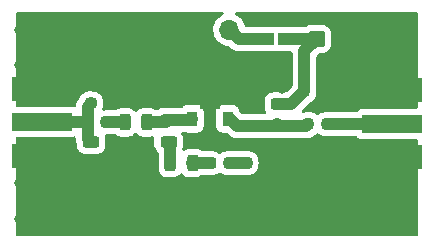
<source format=gbr>
%TF.GenerationSoftware,KiCad,Pcbnew,(5.99.0-7233-g6a28d6af27)*%
%TF.CreationDate,2021-08-16T18:37:05+02:00*%
%TF.ProjectId,lna,6c6e612e-6b69-4636-9164-5f7063625858,rev?*%
%TF.SameCoordinates,Original*%
%TF.FileFunction,Copper,L1,Top*%
%TF.FilePolarity,Positive*%
%FSLAX46Y46*%
G04 Gerber Fmt 4.6, Leading zero omitted, Abs format (unit mm)*
G04 Created by KiCad (PCBNEW (5.99.0-7233-g6a28d6af27)) date 2021-08-16 18:37:05*
%MOMM*%
%LPD*%
G01*
G04 APERTURE LIST*
G04 Aperture macros list*
%AMRoundRect*
0 Rectangle with rounded corners*
0 $1 Rounding radius*
0 $2 $3 $4 $5 $6 $7 $8 $9 X,Y pos of 4 corners*
0 Add a 4 corners polygon primitive as box body*
4,1,4,$2,$3,$4,$5,$6,$7,$8,$9,$2,$3,0*
0 Add four circle primitives for the rounded corners*
1,1,$1+$1,$2,$3,0*
1,1,$1+$1,$4,$5,0*
1,1,$1+$1,$6,$7,0*
1,1,$1+$1,$8,$9,0*
0 Add four rect primitives between the rounded corners*
20,1,$1+$1,$2,$3,$4,$5,0*
20,1,$1+$1,$4,$5,$6,$7,0*
20,1,$1+$1,$6,$7,$8,$9,0*
20,1,$1+$1,$8,$9,$2,$3,0*%
G04 Aperture macros list end*
%TA.AperFunction,SMDPad,CuDef*%
%ADD10R,5.140000X2.000000*%
%TD*%
%TA.AperFunction,SMDPad,CuDef*%
%ADD11R,5.140000X1.999996*%
%TD*%
%TA.AperFunction,SMDPad,CuDef*%
%ADD12R,5.080000X1.500000*%
%TD*%
%TA.AperFunction,SMDPad,CuDef*%
%ADD13RoundRect,0.218750X0.256250X-0.218750X0.256250X0.218750X-0.256250X0.218750X-0.256250X-0.218750X0*%
%TD*%
%TA.AperFunction,SMDPad,CuDef*%
%ADD14RoundRect,0.250000X-0.450000X-0.425000X0.450000X-0.425000X0.450000X0.425000X-0.450000X0.425000X0*%
%TD*%
%TA.AperFunction,SMDPad,CuDef*%
%ADD15R,0.900000X1.300000*%
%TD*%
%TA.AperFunction,SMDPad,CuDef*%
%ADD16RoundRect,0.243750X0.243750X0.456250X-0.243750X0.456250X-0.243750X-0.456250X0.243750X-0.456250X0*%
%TD*%
%TA.AperFunction,SMDPad,CuDef*%
%ADD17RoundRect,0.218750X-0.218750X-0.256250X0.218750X-0.256250X0.218750X0.256250X-0.218750X0.256250X0*%
%TD*%
%TA.AperFunction,SMDPad,CuDef*%
%ADD18RoundRect,0.243750X-0.243750X-0.456250X0.243750X-0.456250X0.243750X0.456250X-0.243750X0.456250X0*%
%TD*%
%TA.AperFunction,SMDPad,CuDef*%
%ADD19R,1.306056X1.058220*%
%TD*%
%TA.AperFunction,ComponentPad*%
%ADD20R,1.700000X1.700000*%
%TD*%
%TA.AperFunction,ComponentPad*%
%ADD21O,1.700000X1.700000*%
%TD*%
%TA.AperFunction,SMDPad,CuDef*%
%ADD22RoundRect,0.218750X0.218750X0.256250X-0.218750X0.256250X-0.218750X-0.256250X0.218750X-0.256250X0*%
%TD*%
%TA.AperFunction,SMDPad,CuDef*%
%ADD23RoundRect,0.243750X-0.456250X0.243750X-0.456250X-0.243750X0.456250X-0.243750X0.456250X0.243750X0*%
%TD*%
%TA.AperFunction,SMDPad,CuDef*%
%ADD24RoundRect,0.243750X0.456250X-0.243750X0.456250X0.243750X-0.456250X0.243750X-0.456250X-0.243750X0*%
%TD*%
%TA.AperFunction,ViaPad*%
%ADD25C,0.800000*%
%TD*%
%TA.AperFunction,Conductor*%
%ADD26C,1.000000*%
%TD*%
G04 APERTURE END LIST*
D10*
%TO.P,J1,2,Ext*%
%TO.N,GND*%
X130200000Y-92000000D03*
D11*
X130200000Y-97700001D03*
D12*
%TO.P,J1,1,In*%
%TO.N,Net-(C1-Pad1)*%
X130200000Y-94800000D03*
%TD*%
D10*
%TO.P,J3,2,Ext*%
%TO.N,GND*%
X159800000Y-97800000D03*
D11*
X159800000Y-92099999D03*
D12*
%TO.P,J3,1,In*%
%TO.N,Net-(C7-Pad2)*%
X159800000Y-95000000D03*
%TD*%
D13*
%TO.P,C1,1*%
%TO.N,Net-(C1-Pad1)*%
X134350000Y-93237500D03*
%TO.P,C1,2*%
%TO.N,GND*%
X134350000Y-91662500D03*
%TD*%
D14*
%TO.P,C6,1*%
%TO.N,Net-(C4-Pad2)*%
X153450000Y-87800000D03*
%TO.P,C6,2*%
%TO.N,GND*%
X156150000Y-87800000D03*
%TD*%
D15*
%TO.P,U1,1*%
%TO.N,Net-(L2-Pad1)*%
X142900000Y-94550000D03*
%TA.AperFunction,SMDPad,CuDef*%
%TO.P,U1,2,GND*%
%TO.N,GND*%
G36*
X145266500Y-90600000D02*
G01*
X145266500Y-93725000D01*
X144850000Y-93725000D01*
X144849999Y-95200000D01*
X143950000Y-95200000D01*
X143950001Y-93725000D01*
X143533500Y-93725000D01*
X143533501Y-90600000D01*
X145266500Y-90600000D01*
G37*
%TD.AperFunction*%
%TO.P,U1,3*%
%TO.N,Net-(C7-Pad1)*%
X145900000Y-94550000D03*
%TD*%
D16*
%TO.P,L2,1,1*%
%TO.N,Net-(L2-Pad1)*%
X139075000Y-94850000D03*
%TO.P,L2,2,2*%
%TO.N,Net-(C2-Pad2)*%
X137200000Y-94850000D03*
%TD*%
D17*
%TO.P,C2,1*%
%TO.N,Net-(C1-Pad1)*%
X134062500Y-94850000D03*
%TO.P,C2,2*%
%TO.N,Net-(C2-Pad2)*%
X135637500Y-94850000D03*
%TD*%
%TO.P,C7,1*%
%TO.N,Net-(C7-Pad1)*%
X152750000Y-95000000D03*
%TO.P,C7,2*%
%TO.N,Net-(C7-Pad2)*%
X154325000Y-95000000D03*
%TD*%
%TO.P,R1,1*%
%TO.N,Net-(L4-Pad2)*%
X144462500Y-98300000D03*
%TO.P,R1,2*%
%TO.N,Net-(C3-Pad1)*%
X146037500Y-98300000D03*
%TD*%
D18*
%TO.P,L4,1,1*%
%TO.N,Net-(L3-Pad2)*%
X141062500Y-98300000D03*
%TO.P,L4,2,2*%
%TO.N,Net-(L4-Pad2)*%
X142937500Y-98300000D03*
%TD*%
D19*
%TO.P,FB1,1*%
%TO.N,5V*%
X149223918Y-87800000D03*
%TO.P,FB1,2*%
%TO.N,Net-(C4-Pad2)*%
X150776082Y-87800000D03*
%TD*%
D20*
%TO.P,J2,1,GND*%
%TO.N,GND*%
X143500000Y-87000000D03*
D21*
%TO.P,J2,2,5V*%
%TO.N,5V*%
X146040000Y-87000000D03*
%TD*%
D22*
%TO.P,C4,1*%
%TO.N,GND*%
X153987500Y-92200000D03*
%TO.P,C4,2*%
%TO.N,Net-(C4-Pad2)*%
X152412500Y-92200000D03*
%TD*%
D23*
%TO.P,L3,1,1*%
%TO.N,Net-(L2-Pad1)*%
X140900000Y-94650000D03*
%TO.P,L3,2,2*%
%TO.N,Net-(L3-Pad2)*%
X140900000Y-96525000D03*
%TD*%
D24*
%TO.P,L5,1,1*%
%TO.N,Net-(C7-Pad1)*%
X150250000Y-95187500D03*
%TO.P,L5,2,2*%
%TO.N,Net-(C4-Pad2)*%
X150250000Y-93312500D03*
%TD*%
D17*
%TO.P,C3,1*%
%TO.N,Net-(C3-Pad1)*%
X147512500Y-98300000D03*
%TO.P,C3,2*%
%TO.N,GND*%
X149087500Y-98300000D03*
%TD*%
D23*
%TO.P,L1,1,1*%
%TO.N,Net-(C1-Pad1)*%
X134350000Y-96512500D03*
%TO.P,L1,2,2*%
%TO.N,GND*%
X134350000Y-98387500D03*
%TD*%
D17*
%TO.P,C5,1*%
%TO.N,Net-(C4-Pad2)*%
X152412500Y-90400000D03*
%TO.P,C5,2*%
%TO.N,GND*%
X153987500Y-90400000D03*
%TD*%
D25*
%TO.N,GND*%
X142900000Y-90000000D03*
X143100000Y-96500000D03*
X149000000Y-100000000D03*
X139750000Y-100000000D03*
X148750000Y-96750000D03*
X139500000Y-97250000D03*
X146000000Y-100000000D03*
X143000000Y-100000000D03*
X150500000Y-92000000D03*
X137000000Y-103000000D03*
X161500000Y-103000000D03*
X134000000Y-87000000D03*
X149000000Y-103000000D03*
X158000000Y-103000000D03*
X148000000Y-90000000D03*
X137000000Y-87000000D03*
X155750000Y-90400000D03*
X137000000Y-90000000D03*
X131000000Y-87000000D03*
X151000000Y-90000000D03*
X144400000Y-94800000D03*
X128200000Y-90000000D03*
X137000000Y-92000000D03*
X131000000Y-90000000D03*
X146000000Y-96750000D03*
X143000000Y-103000000D03*
X131000000Y-100000000D03*
X131000000Y-103000000D03*
X134000000Y-103000000D03*
X137000000Y-97300000D03*
X152000000Y-100000000D03*
X155000000Y-103000000D03*
X148000000Y-92000000D03*
X134000000Y-100000000D03*
X159000000Y-90000000D03*
X155750000Y-92200000D03*
X140000000Y-92000000D03*
X159000000Y-87000000D03*
X128200000Y-103000000D03*
X146000000Y-103000000D03*
X161500000Y-100000000D03*
X153700000Y-102900000D03*
X161500000Y-87000000D03*
X158000000Y-100000000D03*
X155000000Y-97300000D03*
X140000000Y-103000000D03*
X161500000Y-90000000D03*
X155000000Y-100000000D03*
X128200000Y-87000000D03*
X137000000Y-100000000D03*
X140000000Y-90000000D03*
X134000000Y-90000000D03*
X128200000Y-100000000D03*
X152000000Y-97300000D03*
X140000000Y-87000000D03*
%TD*%
D26*
%TO.N,GND*%
X144400000Y-94462500D02*
X144400000Y-90900000D01*
X144400000Y-90900000D02*
X143500000Y-90000000D01*
%TO.N,Net-(C7-Pad1)*%
X150250000Y-95187500D02*
X146737501Y-95187500D01*
X146737501Y-95187500D02*
X146100001Y-94550000D01*
%TO.N,Net-(L2-Pad1)*%
X140900000Y-94650000D02*
X142800000Y-94650000D01*
X142800000Y-94650000D02*
X142900000Y-94550000D01*
X139075000Y-94850000D02*
X140700000Y-94850000D01*
X140700000Y-94850000D02*
X140900000Y-94650000D01*
%TO.N,Net-(C1-Pad1)*%
X134062500Y-94850000D02*
X134062500Y-96225000D01*
X134062500Y-96225000D02*
X134350000Y-96512500D01*
X134062500Y-94850000D02*
X134062500Y-93525000D01*
X134062500Y-93525000D02*
X134350000Y-93237500D01*
X130200000Y-94800000D02*
X134012500Y-94800000D01*
X134012500Y-94800000D02*
X134062500Y-94850000D01*
%TO.N,Net-(C2-Pad2)*%
X135637500Y-94850000D02*
X137200000Y-94850000D01*
%TO.N,GND*%
X143500000Y-87000000D02*
X143500000Y-90000000D01*
%TO.N,Net-(L3-Pad2)*%
X141062500Y-98300000D02*
X141062500Y-96687500D01*
X141062500Y-96687500D02*
X140900000Y-96525000D01*
%TO.N,GND*%
X159800000Y-97800000D02*
X159800000Y-98200000D01*
X159800000Y-98200000D02*
X158000000Y-100000000D01*
X159800000Y-92099999D02*
X159800000Y-90800000D01*
X159800000Y-90800000D02*
X159000000Y-90000000D01*
X130200000Y-97700001D02*
X130200000Y-99200000D01*
X130200000Y-99200000D02*
X131000000Y-100000000D01*
X130200000Y-92000000D02*
X130200000Y-90800000D01*
X130200000Y-90800000D02*
X131000000Y-90000000D01*
%TO.N,Net-(C4-Pad2)*%
X153450000Y-87800000D02*
X150776082Y-87800000D01*
X152412500Y-90400000D02*
X152412500Y-88837500D01*
X152412500Y-88837500D02*
X153450000Y-87800000D01*
X152412500Y-92200000D02*
X152412500Y-90400000D01*
X150250000Y-93312500D02*
X151300000Y-93312500D01*
X151300000Y-93312500D02*
X152412500Y-92200000D01*
%TO.N,Net-(C7-Pad2)*%
X154325000Y-95000000D02*
X159800000Y-95000000D01*
%TO.N,Net-(C7-Pad1)*%
X150250000Y-95187500D02*
X152562500Y-95187500D01*
X152562500Y-95187500D02*
X152750000Y-95000000D01*
X150062500Y-95000000D02*
X150250000Y-95187500D01*
%TO.N,Net-(C3-Pad1)*%
X147512500Y-98300000D02*
X146037500Y-98300000D01*
%TO.N,Net-(L4-Pad2)*%
X142900000Y-98300000D02*
X144425000Y-98300000D01*
%TO.N,GND*%
X154550000Y-92200000D02*
X155800000Y-92200000D01*
X154550000Y-90400000D02*
X155800000Y-90400000D01*
%TO.N,5V*%
X146840000Y-87800000D02*
X146040000Y-87000000D01*
X149223918Y-87800000D02*
X146840000Y-87800000D01*
%TD*%
%TA.AperFunction,Conductor*%
%TO.N,GND*%
G36*
X145525658Y-85527832D02*
G01*
X145572151Y-85581488D01*
X145582255Y-85651762D01*
X145552761Y-85716342D01*
X145503818Y-85751022D01*
X145433740Y-85778697D01*
X145236631Y-85898306D01*
X145232601Y-85901803D01*
X145139426Y-85982656D01*
X145062492Y-86049415D01*
X145059109Y-86053541D01*
X145059105Y-86053545D01*
X144986768Y-86141767D01*
X144916304Y-86227705D01*
X144802245Y-86428077D01*
X144723578Y-86644802D01*
X144722629Y-86650051D01*
X144722628Y-86650054D01*
X144683501Y-86866429D01*
X144682551Y-86871683D01*
X144680338Y-87102233D01*
X144717002Y-87329861D01*
X144791494Y-87548056D01*
X144901685Y-87750580D01*
X145044424Y-87931644D01*
X145048389Y-87935220D01*
X145211659Y-88082489D01*
X145211665Y-88082494D01*
X145215629Y-88086069D01*
X145410406Y-88209439D01*
X145623184Y-88298228D01*
X145628387Y-88299425D01*
X145628392Y-88299426D01*
X145842678Y-88348701D01*
X145842683Y-88348702D01*
X145847881Y-88349897D01*
X145853208Y-88350199D01*
X145853212Y-88350200D01*
X145922659Y-88354143D01*
X145989536Y-88377974D01*
X146004612Y-88390845D01*
X146082371Y-88468605D01*
X146091471Y-88478748D01*
X146115882Y-88509109D01*
X146120606Y-88513073D01*
X146120607Y-88513074D01*
X146155547Y-88542392D01*
X146159206Y-88545584D01*
X146160754Y-88546988D01*
X146162941Y-88549175D01*
X146165321Y-88551130D01*
X146195167Y-88575647D01*
X146196180Y-88576488D01*
X146249133Y-88620920D01*
X146267406Y-88636253D01*
X146272076Y-88638820D01*
X146276194Y-88642203D01*
X146351078Y-88682355D01*
X146358066Y-88686102D01*
X146359125Y-88686676D01*
X146440740Y-88731544D01*
X146445824Y-88733157D01*
X146450517Y-88735673D01*
X146528063Y-88759382D01*
X146539358Y-88762835D01*
X146540616Y-88763227D01*
X146623408Y-88789490D01*
X146623411Y-88789491D01*
X146629282Y-88791353D01*
X146634582Y-88791947D01*
X146639673Y-88793504D01*
X146645808Y-88794127D01*
X146645812Y-88794128D01*
X146701151Y-88799749D01*
X146732153Y-88802898D01*
X146733359Y-88803026D01*
X146782155Y-88808500D01*
X146785679Y-88808500D01*
X146786430Y-88808542D01*
X146792130Y-88808991D01*
X146830333Y-88812872D01*
X146830339Y-88812872D01*
X146836462Y-88813494D01*
X146883378Y-88809059D01*
X146895237Y-88808500D01*
X148369665Y-88808500D01*
X148408932Y-88817042D01*
X148409376Y-88815528D01*
X148418026Y-88818068D01*
X148426220Y-88821810D01*
X148435135Y-88823092D01*
X148435136Y-88823092D01*
X148566442Y-88841971D01*
X148566449Y-88841972D01*
X148570890Y-88842610D01*
X149876946Y-88842610D01*
X149950025Y-88837383D01*
X149968652Y-88831914D01*
X150022077Y-88828092D01*
X150107668Y-88840398D01*
X150118609Y-88841971D01*
X150118610Y-88841971D01*
X150123054Y-88842610D01*
X151278001Y-88842610D01*
X151346122Y-88862612D01*
X151392615Y-88916268D01*
X151404001Y-88968610D01*
X151404000Y-90450973D01*
X151404001Y-90451013D01*
X151404000Y-91730074D01*
X151383998Y-91798195D01*
X151367096Y-91819169D01*
X150919171Y-92267095D01*
X150856858Y-92301120D01*
X150830075Y-92304000D01*
X150199006Y-92304000D01*
X150088301Y-92314855D01*
X150077650Y-92315899D01*
X150065355Y-92316500D01*
X149750864Y-92316500D01*
X149658124Y-92327312D01*
X149626818Y-92330962D01*
X149626817Y-92330962D01*
X149619546Y-92331810D01*
X149612669Y-92334306D01*
X149612666Y-92334307D01*
X149461563Y-92389155D01*
X149454684Y-92391652D01*
X149308012Y-92487814D01*
X149187396Y-92615139D01*
X149183721Y-92621466D01*
X149183718Y-92621470D01*
X149102983Y-92760466D01*
X149099306Y-92766797D01*
X149048468Y-92934653D01*
X149047894Y-92941089D01*
X149047893Y-92941092D01*
X149044463Y-92979529D01*
X149041500Y-93012727D01*
X149041500Y-93599136D01*
X149049973Y-93671807D01*
X149053179Y-93699306D01*
X149056810Y-93730454D01*
X149059306Y-93737331D01*
X149059307Y-93737334D01*
X149091243Y-93825314D01*
X149116652Y-93895315D01*
X149120665Y-93901435D01*
X149120667Y-93901440D01*
X149174740Y-93983916D01*
X149195363Y-94051851D01*
X149175983Y-94120151D01*
X149122753Y-94167132D01*
X149069368Y-94179000D01*
X147207424Y-94179000D01*
X147139303Y-94158998D01*
X147118329Y-94142095D01*
X146895750Y-93919516D01*
X146861724Y-93857204D01*
X146859166Y-93839407D01*
X146858755Y-93833660D01*
X146858273Y-93826921D01*
X146831968Y-93737334D01*
X146819635Y-93695330D01*
X146819634Y-93695328D01*
X146817096Y-93686684D01*
X146790752Y-93645693D01*
X146742949Y-93571309D01*
X146742947Y-93571306D01*
X146738077Y-93563729D01*
X146707391Y-93537139D01*
X146634431Y-93473918D01*
X146634428Y-93473916D01*
X146627619Y-93468016D01*
X146494670Y-93407300D01*
X146485755Y-93406018D01*
X146485754Y-93406018D01*
X146354448Y-93387139D01*
X146354441Y-93387138D01*
X146350000Y-93386500D01*
X145450000Y-93386500D01*
X145376921Y-93391727D01*
X145323884Y-93407300D01*
X145245330Y-93430365D01*
X145245328Y-93430366D01*
X145236684Y-93432904D01*
X145229105Y-93437775D01*
X145121309Y-93507051D01*
X145121306Y-93507053D01*
X145113729Y-93511923D01*
X145107828Y-93518733D01*
X145023918Y-93615569D01*
X145023916Y-93615572D01*
X145018016Y-93622381D01*
X145014272Y-93630579D01*
X144965519Y-93737334D01*
X144957300Y-93755330D01*
X144956018Y-93764245D01*
X144956018Y-93764246D01*
X144937139Y-93895552D01*
X144937138Y-93895559D01*
X144936500Y-93900000D01*
X144936500Y-95200000D01*
X144941727Y-95273079D01*
X144982904Y-95413316D01*
X144987775Y-95420895D01*
X145057051Y-95528691D01*
X145057053Y-95528694D01*
X145061923Y-95536271D01*
X145068733Y-95542172D01*
X145165569Y-95626082D01*
X145165572Y-95626084D01*
X145172381Y-95631984D01*
X145180579Y-95635728D01*
X145255377Y-95669887D01*
X145305330Y-95692700D01*
X145314245Y-95693982D01*
X145314246Y-95693982D01*
X145445552Y-95712861D01*
X145445559Y-95712862D01*
X145450000Y-95713500D01*
X145785077Y-95713500D01*
X145853198Y-95733502D01*
X145874172Y-95750405D01*
X145979867Y-95856100D01*
X145988968Y-95866243D01*
X146013383Y-95896609D01*
X146018107Y-95900573D01*
X146018108Y-95900574D01*
X146053048Y-95929892D01*
X146056708Y-95933084D01*
X146058246Y-95934479D01*
X146060442Y-95936675D01*
X146062827Y-95938634D01*
X146062838Y-95938644D01*
X146092669Y-95963147D01*
X146093686Y-95963991D01*
X146156974Y-96017096D01*
X146164907Y-96023753D01*
X146169580Y-96026322D01*
X146173695Y-96029702D01*
X146194193Y-96040693D01*
X146255539Y-96073586D01*
X146256699Y-96074216D01*
X146332834Y-96116072D01*
X146332839Y-96116074D01*
X146338241Y-96119044D01*
X146343323Y-96120656D01*
X146348017Y-96123173D01*
X146353915Y-96124976D01*
X146353917Y-96124977D01*
X146365506Y-96128520D01*
X146436848Y-96150331D01*
X146438052Y-96150706D01*
X146526783Y-96178853D01*
X146532083Y-96179447D01*
X146537174Y-96181004D01*
X146543311Y-96181627D01*
X146543314Y-96181628D01*
X146583682Y-96185728D01*
X146629610Y-96190393D01*
X146630797Y-96190519D01*
X146655750Y-96193318D01*
X146676158Y-96195608D01*
X146676165Y-96195608D01*
X146679656Y-96196000D01*
X146683180Y-96196000D01*
X146683950Y-96196043D01*
X146689650Y-96196492D01*
X146691158Y-96196645D01*
X146727835Y-96200371D01*
X146727840Y-96200371D01*
X146733963Y-96200993D01*
X146780871Y-96196559D01*
X146792728Y-96196000D01*
X150190924Y-96196000D01*
X150203657Y-96196645D01*
X150240334Y-96200371D01*
X150240339Y-96200371D01*
X150246462Y-96200993D01*
X150293370Y-96196559D01*
X150305227Y-96196000D01*
X152499553Y-96196000D01*
X152513161Y-96196737D01*
X152545763Y-96200279D01*
X152545767Y-96200279D01*
X152551888Y-96200944D01*
X152558027Y-96200407D01*
X152558031Y-96200407D01*
X152603442Y-96196434D01*
X152608279Y-96196104D01*
X152610411Y-96196000D01*
X152613494Y-96196000D01*
X152616547Y-96195701D01*
X152616560Y-96195700D01*
X152655029Y-96191928D01*
X152656341Y-96191806D01*
X152742800Y-96184242D01*
X152742803Y-96184241D01*
X152748935Y-96183705D01*
X152754053Y-96182218D01*
X152759357Y-96181698D01*
X152848445Y-96154801D01*
X152849532Y-96154479D01*
X152938881Y-96128520D01*
X152943612Y-96126068D01*
X152948715Y-96124527D01*
X153030884Y-96080837D01*
X153031932Y-96080287D01*
X153109025Y-96040326D01*
X153109026Y-96040325D01*
X153114492Y-96037492D01*
X153118655Y-96034169D01*
X153123362Y-96031666D01*
X153129915Y-96026322D01*
X153195417Y-95972900D01*
X153196442Y-95972073D01*
X153234714Y-95941520D01*
X153235127Y-95942037D01*
X153272246Y-95919842D01*
X153289739Y-95913493D01*
X153289744Y-95913491D01*
X153296622Y-95910994D01*
X153321591Y-95894624D01*
X153432327Y-95822022D01*
X153438451Y-95818007D01*
X153447913Y-95808018D01*
X153509283Y-95772321D01*
X153580210Y-95775469D01*
X153626037Y-95803199D01*
X153667615Y-95842586D01*
X153814266Y-95927767D01*
X153976580Y-95976927D01*
X153983020Y-95977502D01*
X153983021Y-95977502D01*
X154047434Y-95983251D01*
X154047440Y-95983251D01*
X154050227Y-95983500D01*
X154070021Y-95983500D01*
X154102321Y-95988500D01*
X154102383Y-95988209D01*
X154107594Y-95989317D01*
X154108119Y-95989398D01*
X154114282Y-95991353D01*
X154120399Y-95992039D01*
X154120403Y-95992040D01*
X154193322Y-96000219D01*
X154267155Y-96008500D01*
X156753141Y-96008500D01*
X156821262Y-96028502D01*
X156859138Y-96066379D01*
X156867047Y-96078686D01*
X156867052Y-96078692D01*
X156871923Y-96086271D01*
X156878733Y-96092172D01*
X156975569Y-96176082D01*
X156975572Y-96176084D01*
X156982381Y-96181984D01*
X156990579Y-96185728D01*
X157105836Y-96238364D01*
X157115330Y-96242700D01*
X157124245Y-96243982D01*
X157124246Y-96243982D01*
X157255552Y-96262861D01*
X157255559Y-96262862D01*
X157260000Y-96263500D01*
X161866000Y-96263500D01*
X161934121Y-96283502D01*
X161980614Y-96337158D01*
X161992000Y-96389500D01*
X161992000Y-104365790D01*
X161971998Y-104433911D01*
X161918342Y-104480404D01*
X161866000Y-104491790D01*
X128134000Y-104491790D01*
X128065879Y-104471788D01*
X128019386Y-104418132D01*
X128008000Y-104365790D01*
X128008000Y-96189500D01*
X128028002Y-96121379D01*
X128081658Y-96074886D01*
X128134000Y-96063500D01*
X132740000Y-96063500D01*
X132813079Y-96058273D01*
X132892504Y-96034952D01*
X132963499Y-96034952D01*
X133023225Y-96073336D01*
X133052718Y-96137916D01*
X133054001Y-96155848D01*
X133054001Y-96162044D01*
X133053264Y-96175652D01*
X133050579Y-96200371D01*
X133049056Y-96214388D01*
X133050835Y-96234723D01*
X133053569Y-96265970D01*
X133053898Y-96270803D01*
X133054001Y-96272913D01*
X133054001Y-96275994D01*
X133054301Y-96279049D01*
X133054301Y-96279058D01*
X133058065Y-96317441D01*
X133058187Y-96318756D01*
X133066295Y-96411435D01*
X133067783Y-96416558D01*
X133068303Y-96421857D01*
X133070084Y-96427757D01*
X133070085Y-96427760D01*
X133095147Y-96510769D01*
X133095522Y-96512034D01*
X133121480Y-96601381D01*
X133123935Y-96606117D01*
X133125474Y-96611215D01*
X133128368Y-96616657D01*
X133130717Y-96622358D01*
X133129099Y-96623025D01*
X133141500Y-96672772D01*
X133141500Y-96799136D01*
X133156810Y-96930454D01*
X133159306Y-96937331D01*
X133159307Y-96937334D01*
X133190156Y-97022321D01*
X133216652Y-97095315D01*
X133312814Y-97241987D01*
X133440139Y-97362603D01*
X133446466Y-97366278D01*
X133446470Y-97366281D01*
X133585466Y-97447016D01*
X133585468Y-97447017D01*
X133591797Y-97450693D01*
X133759653Y-97501531D01*
X133766089Y-97502105D01*
X133766092Y-97502106D01*
X133834934Y-97508250D01*
X133834940Y-97508250D01*
X133837727Y-97508499D01*
X134167856Y-97508499D01*
X134180589Y-97509144D01*
X134340334Y-97525371D01*
X134340339Y-97525371D01*
X134346462Y-97525993D01*
X134525614Y-97509059D01*
X134537471Y-97508500D01*
X134849136Y-97508500D01*
X134949490Y-97496800D01*
X134973182Y-97494038D01*
X134973183Y-97494038D01*
X134980454Y-97493190D01*
X134987331Y-97490694D01*
X134987334Y-97490693D01*
X135138436Y-97435845D01*
X135145315Y-97433348D01*
X135247899Y-97366091D01*
X135285868Y-97341198D01*
X135285869Y-97341197D01*
X135291987Y-97337186D01*
X135412603Y-97209861D01*
X135500694Y-97058203D01*
X135551532Y-96890347D01*
X135557385Y-96824773D01*
X135558251Y-96815066D01*
X135558251Y-96815060D01*
X135558500Y-96812273D01*
X135558500Y-96225864D01*
X135543190Y-96094546D01*
X135518850Y-96027491D01*
X135514409Y-95956634D01*
X135548981Y-95894624D01*
X135611591Y-95861148D01*
X135637289Y-95858500D01*
X136395321Y-95858500D01*
X136463442Y-95878502D01*
X136481969Y-95893023D01*
X136502639Y-95912604D01*
X136508968Y-95916280D01*
X136508969Y-95916281D01*
X136647966Y-95997017D01*
X136647968Y-95997018D01*
X136654297Y-96000694D01*
X136822153Y-96051532D01*
X136828589Y-96052106D01*
X136828592Y-96052107D01*
X136897434Y-96058251D01*
X136897440Y-96058251D01*
X136900227Y-96058500D01*
X137486636Y-96058500D01*
X137579376Y-96047688D01*
X137610682Y-96044038D01*
X137610683Y-96044038D01*
X137617954Y-96043190D01*
X137624831Y-96040694D01*
X137624834Y-96040693D01*
X137775936Y-95985845D01*
X137782815Y-95983348D01*
X137898398Y-95907569D01*
X137923368Y-95891198D01*
X137923369Y-95891197D01*
X137929487Y-95887186D01*
X137934519Y-95881874D01*
X137934524Y-95881870D01*
X138046453Y-95763716D01*
X138107822Y-95728018D01*
X138178749Y-95731166D01*
X138236714Y-95772160D01*
X138243292Y-95781277D01*
X138250314Y-95791987D01*
X138255631Y-95797024D01*
X138255632Y-95797025D01*
X138315337Y-95853584D01*
X138377639Y-95912604D01*
X138383968Y-95916280D01*
X138383969Y-95916281D01*
X138522966Y-95997017D01*
X138522968Y-95997018D01*
X138529297Y-96000694D01*
X138697153Y-96051532D01*
X138703589Y-96052106D01*
X138703592Y-96052107D01*
X138772434Y-96058251D01*
X138772440Y-96058251D01*
X138775227Y-96058500D01*
X139361636Y-96058500D01*
X139454376Y-96047688D01*
X139485682Y-96044038D01*
X139485683Y-96044038D01*
X139492954Y-96043190D01*
X139528845Y-96030162D01*
X139599703Y-96025720D01*
X139661714Y-96060292D01*
X139695189Y-96122901D01*
X139697339Y-96159800D01*
X139691920Y-96220522D01*
X139691500Y-96225227D01*
X139691500Y-96811636D01*
X139706810Y-96942954D01*
X139709306Y-96949831D01*
X139709307Y-96949834D01*
X139750939Y-97064528D01*
X139766652Y-97107815D01*
X139803590Y-97164155D01*
X139854619Y-97241987D01*
X139862814Y-97254487D01*
X139990139Y-97375103D01*
X139996470Y-97378780D01*
X140002330Y-97383164D01*
X140000551Y-97385542D01*
X140040136Y-97427263D01*
X140054001Y-97484723D01*
X140054000Y-98350993D01*
X140054301Y-98354058D01*
X140065899Y-98472349D01*
X140066500Y-98484644D01*
X140066500Y-98799137D01*
X140081810Y-98930455D01*
X140084306Y-98937332D01*
X140084307Y-98937335D01*
X140133305Y-99072321D01*
X140141652Y-99095316D01*
X140175054Y-99146263D01*
X140229882Y-99229889D01*
X140237814Y-99241988D01*
X140365139Y-99362604D01*
X140371466Y-99366279D01*
X140371470Y-99366282D01*
X140510466Y-99447017D01*
X140510468Y-99447018D01*
X140516797Y-99450694D01*
X140684653Y-99501532D01*
X140691089Y-99502106D01*
X140691092Y-99502107D01*
X140759934Y-99508251D01*
X140759940Y-99508251D01*
X140762727Y-99508500D01*
X141349137Y-99508500D01*
X141441877Y-99497688D01*
X141473183Y-99494038D01*
X141473184Y-99494038D01*
X141480455Y-99493190D01*
X141487332Y-99490694D01*
X141487335Y-99490693D01*
X141638437Y-99435845D01*
X141645316Y-99433348D01*
X141791988Y-99337186D01*
X141797020Y-99331874D01*
X141797025Y-99331870D01*
X141908953Y-99213717D01*
X141970322Y-99178019D01*
X142041249Y-99181167D01*
X142099214Y-99222161D01*
X142105792Y-99231278D01*
X142112814Y-99241988D01*
X142240139Y-99362604D01*
X142246466Y-99366279D01*
X142246470Y-99366282D01*
X142385466Y-99447017D01*
X142385468Y-99447018D01*
X142391797Y-99450694D01*
X142559653Y-99501532D01*
X142566089Y-99502106D01*
X142566092Y-99502107D01*
X142634934Y-99508251D01*
X142634940Y-99508251D01*
X142637727Y-99508500D01*
X143224137Y-99508500D01*
X143316877Y-99497688D01*
X143348183Y-99494038D01*
X143348184Y-99494038D01*
X143355455Y-99493190D01*
X143362332Y-99490694D01*
X143362335Y-99490693D01*
X143513437Y-99435845D01*
X143520316Y-99433348D01*
X143666988Y-99337186D01*
X143667413Y-99336737D01*
X143729976Y-99309486D01*
X143745710Y-99308500D01*
X144475994Y-99308500D01*
X144621857Y-99294198D01*
X144639479Y-99288878D01*
X144675895Y-99283500D01*
X144724135Y-99283500D01*
X144814213Y-99272998D01*
X144842432Y-99269708D01*
X144842433Y-99269708D01*
X144849704Y-99268860D01*
X144856581Y-99266364D01*
X144856584Y-99266363D01*
X145002243Y-99213491D01*
X145009122Y-99210994D01*
X145150951Y-99118007D01*
X145160413Y-99108018D01*
X145221783Y-99072321D01*
X145292710Y-99075469D01*
X145338537Y-99103199D01*
X145380115Y-99142586D01*
X145526766Y-99227767D01*
X145689080Y-99276927D01*
X145695520Y-99277502D01*
X145695521Y-99277502D01*
X145759934Y-99283251D01*
X145759940Y-99283251D01*
X145762727Y-99283500D01*
X145782521Y-99283500D01*
X145814821Y-99288500D01*
X145814883Y-99288209D01*
X145820094Y-99289317D01*
X145820619Y-99289398D01*
X145826782Y-99291353D01*
X145832899Y-99292039D01*
X145832903Y-99292040D01*
X145905822Y-99300219D01*
X145979655Y-99308500D01*
X147563494Y-99308500D01*
X147709357Y-99294198D01*
X147726979Y-99288878D01*
X147763395Y-99283500D01*
X147774135Y-99283500D01*
X147864213Y-99272998D01*
X147892432Y-99269708D01*
X147892433Y-99269708D01*
X147899704Y-99268860D01*
X147906581Y-99266364D01*
X147906584Y-99266363D01*
X148052243Y-99213491D01*
X148059122Y-99210994D01*
X148200951Y-99118007D01*
X148317586Y-98994885D01*
X148402767Y-98848234D01*
X148451927Y-98685920D01*
X148452502Y-98679477D01*
X148453733Y-98673132D01*
X148454381Y-98673258D01*
X148457094Y-98659521D01*
X148503478Y-98509677D01*
X148505300Y-98503792D01*
X148507313Y-98484644D01*
X148525331Y-98313205D01*
X148525331Y-98313203D01*
X148525975Y-98307076D01*
X148508048Y-98110089D01*
X148452201Y-97920336D01*
X148452600Y-97920218D01*
X148446154Y-97894974D01*
X148444708Y-97882567D01*
X148444707Y-97882564D01*
X148443860Y-97875296D01*
X148385994Y-97715878D01*
X148293007Y-97574049D01*
X148169885Y-97457414D01*
X148023234Y-97372233D01*
X147860920Y-97323073D01*
X147854480Y-97322498D01*
X147854479Y-97322498D01*
X147790066Y-97316749D01*
X147790060Y-97316749D01*
X147787273Y-97316500D01*
X147767479Y-97316500D01*
X147735179Y-97311500D01*
X147735117Y-97311791D01*
X147729906Y-97310683D01*
X147729381Y-97310602D01*
X147729091Y-97310510D01*
X147723218Y-97308647D01*
X147717101Y-97307961D01*
X147717097Y-97307960D01*
X147644178Y-97299781D01*
X147570345Y-97291500D01*
X145986506Y-97291500D01*
X145840643Y-97305802D01*
X145823021Y-97311122D01*
X145786605Y-97316500D01*
X145775865Y-97316500D01*
X145703406Y-97324948D01*
X145657568Y-97330292D01*
X145657567Y-97330292D01*
X145650296Y-97331140D01*
X145643419Y-97333636D01*
X145643416Y-97333637D01*
X145529180Y-97375103D01*
X145490878Y-97389006D01*
X145349049Y-97481993D01*
X145344011Y-97487311D01*
X145344010Y-97487312D01*
X145339586Y-97491982D01*
X145278217Y-97527679D01*
X145207290Y-97524531D01*
X145161463Y-97496801D01*
X145119885Y-97457414D01*
X144973234Y-97372233D01*
X144810920Y-97323073D01*
X144804480Y-97322498D01*
X144804479Y-97322498D01*
X144740066Y-97316749D01*
X144740060Y-97316749D01*
X144737273Y-97316500D01*
X144679979Y-97316500D01*
X144647679Y-97311500D01*
X144647617Y-97311791D01*
X144642406Y-97310683D01*
X144641881Y-97310602D01*
X144641591Y-97310510D01*
X144635718Y-97308647D01*
X144629601Y-97307961D01*
X144629597Y-97307960D01*
X144556678Y-97299781D01*
X144482845Y-97291500D01*
X143742179Y-97291500D01*
X143674058Y-97271498D01*
X143655531Y-97256977D01*
X143634861Y-97237396D01*
X143628531Y-97233719D01*
X143489534Y-97152983D01*
X143489532Y-97152982D01*
X143483203Y-97149306D01*
X143315347Y-97098468D01*
X143308911Y-97097894D01*
X143308908Y-97097893D01*
X143240066Y-97091749D01*
X143240060Y-97091749D01*
X143237273Y-97091500D01*
X142650863Y-97091500D01*
X142569928Y-97100936D01*
X142526817Y-97105962D01*
X142526816Y-97105962D01*
X142519545Y-97106810D01*
X142512668Y-97109306D01*
X142512665Y-97109307D01*
X142484948Y-97119368D01*
X142354684Y-97166652D01*
X142288779Y-97209861D01*
X142266085Y-97224740D01*
X142198149Y-97245363D01*
X142129849Y-97225983D01*
X142082869Y-97172754D01*
X142071000Y-97119368D01*
X142071000Y-97022321D01*
X142076409Y-96985798D01*
X142099659Y-96909031D01*
X142101532Y-96902847D01*
X142103223Y-96883908D01*
X142108251Y-96827566D01*
X142108251Y-96827560D01*
X142108500Y-96824773D01*
X142108500Y-96238364D01*
X142095175Y-96124069D01*
X142094038Y-96114318D01*
X142094038Y-96114317D01*
X142093190Y-96107046D01*
X142086157Y-96087669D01*
X142035845Y-95949064D01*
X142033348Y-95942185D01*
X142029335Y-95936065D01*
X142029333Y-95936060D01*
X141975260Y-95853584D01*
X141954637Y-95785649D01*
X141974017Y-95717349D01*
X142027247Y-95670368D01*
X142080632Y-95658500D01*
X142203034Y-95658500D01*
X142255377Y-95669887D01*
X142297133Y-95688957D01*
X142297136Y-95688958D01*
X142305330Y-95692700D01*
X142314247Y-95693982D01*
X142445552Y-95712861D01*
X142445559Y-95712862D01*
X142450000Y-95713500D01*
X143350000Y-95713500D01*
X143423079Y-95708273D01*
X143501165Y-95685345D01*
X143554670Y-95669635D01*
X143554672Y-95669634D01*
X143563316Y-95667096D01*
X143654955Y-95608203D01*
X143678691Y-95592949D01*
X143678694Y-95592947D01*
X143686271Y-95588077D01*
X143726048Y-95542172D01*
X143776082Y-95484431D01*
X143776084Y-95484428D01*
X143781984Y-95477619D01*
X143842700Y-95344670D01*
X143853962Y-95266340D01*
X143862861Y-95204448D01*
X143862862Y-95204441D01*
X143863500Y-95200000D01*
X143863500Y-94867295D01*
X143869006Y-94830456D01*
X143891701Y-94756225D01*
X143891702Y-94756220D01*
X143893504Y-94750326D01*
X143913493Y-94553538D01*
X143894879Y-94356616D01*
X143893122Y-94350723D01*
X143893121Y-94350717D01*
X143868751Y-94268972D01*
X143863500Y-94232975D01*
X143863500Y-93900000D01*
X143858273Y-93826921D01*
X143831968Y-93737334D01*
X143819635Y-93695330D01*
X143819634Y-93695328D01*
X143817096Y-93686684D01*
X143790752Y-93645693D01*
X143742949Y-93571309D01*
X143742947Y-93571306D01*
X143738077Y-93563729D01*
X143707391Y-93537139D01*
X143634431Y-93473918D01*
X143634428Y-93473916D01*
X143627619Y-93468016D01*
X143494670Y-93407300D01*
X143485755Y-93406018D01*
X143485754Y-93406018D01*
X143354448Y-93387139D01*
X143354441Y-93387138D01*
X143350000Y-93386500D01*
X142450000Y-93386500D01*
X142376921Y-93391727D01*
X142323884Y-93407300D01*
X142245330Y-93430365D01*
X142245328Y-93430366D01*
X142236684Y-93432904D01*
X142229105Y-93437775D01*
X142121309Y-93507051D01*
X142121306Y-93507053D01*
X142113729Y-93511923D01*
X142107828Y-93518733D01*
X142039131Y-93598013D01*
X141979405Y-93636396D01*
X141943907Y-93641500D01*
X140962948Y-93641500D01*
X140949340Y-93640763D01*
X140916738Y-93637221D01*
X140916734Y-93637221D01*
X140910613Y-93636556D01*
X140904474Y-93637093D01*
X140904469Y-93637093D01*
X140859057Y-93641066D01*
X140854221Y-93641396D01*
X140852091Y-93641500D01*
X140849006Y-93641500D01*
X140807435Y-93645576D01*
X140806191Y-93645691D01*
X140762189Y-93649541D01*
X140716696Y-93653521D01*
X140705715Y-93654000D01*
X140400864Y-93654000D01*
X140308124Y-93664812D01*
X140276818Y-93668462D01*
X140276817Y-93668462D01*
X140269546Y-93669310D01*
X140262669Y-93671806D01*
X140262666Y-93671807D01*
X140128066Y-93720665D01*
X140104685Y-93729152D01*
X140021456Y-93783719D01*
X139964788Y-93820872D01*
X139895703Y-93841500D01*
X139879679Y-93841500D01*
X139811558Y-93821498D01*
X139793031Y-93806977D01*
X139772361Y-93787396D01*
X139766031Y-93783719D01*
X139627034Y-93702983D01*
X139627032Y-93702982D01*
X139620703Y-93699306D01*
X139452847Y-93648468D01*
X139446411Y-93647894D01*
X139446408Y-93647893D01*
X139377566Y-93641749D01*
X139377560Y-93641749D01*
X139374773Y-93641500D01*
X138788364Y-93641500D01*
X138695624Y-93652312D01*
X138664318Y-93655962D01*
X138664317Y-93655962D01*
X138657046Y-93656810D01*
X138650169Y-93659306D01*
X138650166Y-93659307D01*
X138547069Y-93696730D01*
X138492185Y-93716652D01*
X138345513Y-93812814D01*
X138340481Y-93818126D01*
X138340476Y-93818130D01*
X138228547Y-93936284D01*
X138167178Y-93971982D01*
X138096251Y-93968834D01*
X138038286Y-93927840D01*
X138031708Y-93918723D01*
X138024686Y-93908013D01*
X138017748Y-93901440D01*
X137902676Y-93792431D01*
X137897361Y-93787396D01*
X137891031Y-93783719D01*
X137752034Y-93702983D01*
X137752032Y-93702982D01*
X137745703Y-93699306D01*
X137577847Y-93648468D01*
X137571411Y-93647894D01*
X137571408Y-93647893D01*
X137502566Y-93641749D01*
X137502560Y-93641749D01*
X137499773Y-93641500D01*
X136913364Y-93641500D01*
X136820624Y-93652312D01*
X136789318Y-93655962D01*
X136789317Y-93655962D01*
X136782046Y-93656810D01*
X136775169Y-93659306D01*
X136775166Y-93659307D01*
X136672069Y-93696730D01*
X136617185Y-93716652D01*
X136470513Y-93812814D01*
X136470088Y-93813263D01*
X136407525Y-93840514D01*
X136391791Y-93841500D01*
X135586506Y-93841500D01*
X135440643Y-93855802D01*
X135437454Y-93856765D01*
X135367723Y-93850465D01*
X135311693Y-93806862D01*
X135288131Y-93739890D01*
X135293366Y-93696730D01*
X135325052Y-93592111D01*
X135325052Y-93592110D01*
X135326927Y-93585920D01*
X135329100Y-93561576D01*
X135333251Y-93515066D01*
X135333251Y-93515060D01*
X135333500Y-93512273D01*
X135333500Y-93489378D01*
X135339006Y-93452538D01*
X135343504Y-93437827D01*
X135348718Y-93386500D01*
X135362871Y-93247166D01*
X135362871Y-93247161D01*
X135363493Y-93241038D01*
X135344879Y-93044116D01*
X135343122Y-93038223D01*
X135343121Y-93038217D01*
X135338751Y-93023560D01*
X135333500Y-92987563D01*
X135333500Y-92975866D01*
X135318860Y-92850297D01*
X135300924Y-92800882D01*
X135263491Y-92697757D01*
X135260994Y-92690878D01*
X135168007Y-92549049D01*
X135044885Y-92432414D01*
X134898234Y-92347233D01*
X134735920Y-92298073D01*
X134729471Y-92297498D01*
X134723131Y-92296268D01*
X134723241Y-92295700D01*
X134708082Y-92292685D01*
X134626424Y-92267095D01*
X134557256Y-92245419D01*
X134551131Y-92244754D01*
X134551128Y-92244753D01*
X134366737Y-92224721D01*
X134366733Y-92224721D01*
X134360612Y-92224056D01*
X134163564Y-92241296D01*
X133973619Y-92296480D01*
X133973183Y-92296706D01*
X133945051Y-92303837D01*
X133932568Y-92305292D01*
X133932565Y-92305293D01*
X133925297Y-92306140D01*
X133765878Y-92364006D01*
X133624049Y-92456993D01*
X133507414Y-92580115D01*
X133422233Y-92726766D01*
X133421860Y-92727996D01*
X133397514Y-92763753D01*
X133393905Y-92767362D01*
X133383763Y-92776464D01*
X133353392Y-92800882D01*
X133349433Y-92805600D01*
X133349427Y-92805606D01*
X133320108Y-92840547D01*
X133316927Y-92844194D01*
X133315506Y-92845761D01*
X133313325Y-92847942D01*
X133286756Y-92880287D01*
X133286135Y-92881036D01*
X133226248Y-92952406D01*
X133223681Y-92957075D01*
X133220297Y-92961195D01*
X133187685Y-93022019D01*
X133176385Y-93043093D01*
X133175754Y-93044255D01*
X133134483Y-93119327D01*
X133130957Y-93125740D01*
X133129345Y-93130822D01*
X133126827Y-93135518D01*
X133125025Y-93141413D01*
X133125023Y-93141417D01*
X133099655Y-93224392D01*
X133099263Y-93225651D01*
X133071148Y-93314282D01*
X133070554Y-93319578D01*
X133068996Y-93324674D01*
X133060223Y-93411042D01*
X133059596Y-93417212D01*
X133059469Y-93418401D01*
X133056629Y-93443722D01*
X133055395Y-93454726D01*
X133027923Y-93520193D01*
X132969419Y-93560414D01*
X132894681Y-93561576D01*
X132892867Y-93561043D01*
X132884670Y-93557300D01*
X132824036Y-93548582D01*
X132744448Y-93537139D01*
X132744441Y-93537138D01*
X132740000Y-93536500D01*
X128134000Y-93536500D01*
X128065879Y-93516498D01*
X128019386Y-93462842D01*
X128008000Y-93410500D01*
X128008000Y-85633830D01*
X128028002Y-85565709D01*
X128081658Y-85519216D01*
X128134000Y-85507830D01*
X145457537Y-85507830D01*
X145525658Y-85527832D01*
G37*
%TD.AperFunction*%
%TA.AperFunction,Conductor*%
G36*
X161934121Y-85527832D02*
G01*
X161980614Y-85581488D01*
X161992000Y-85633830D01*
X161992000Y-93610500D01*
X161971998Y-93678621D01*
X161918342Y-93725114D01*
X161866000Y-93736500D01*
X157260000Y-93736500D01*
X157186921Y-93741727D01*
X157110228Y-93764246D01*
X157055330Y-93780365D01*
X157055328Y-93780366D01*
X157046684Y-93782904D01*
X157031860Y-93792431D01*
X156931309Y-93857051D01*
X156931306Y-93857053D01*
X156923729Y-93861923D01*
X156917828Y-93868733D01*
X156849131Y-93948013D01*
X156789405Y-93986396D01*
X156753907Y-93991500D01*
X154274006Y-93991500D01*
X154128143Y-94005802D01*
X154110521Y-94011122D01*
X154074105Y-94016500D01*
X154063365Y-94016500D01*
X153990906Y-94024948D01*
X153945068Y-94030292D01*
X153945067Y-94030292D01*
X153937796Y-94031140D01*
X153930919Y-94033636D01*
X153930916Y-94033637D01*
X153814457Y-94075910D01*
X153778378Y-94089006D01*
X153636549Y-94181993D01*
X153631511Y-94187311D01*
X153631510Y-94187312D01*
X153627086Y-94191982D01*
X153565717Y-94227679D01*
X153494790Y-94224531D01*
X153448963Y-94196801D01*
X153407385Y-94157414D01*
X153260734Y-94072233D01*
X153098420Y-94023073D01*
X153091980Y-94022498D01*
X153091979Y-94022498D01*
X153027566Y-94016749D01*
X153027560Y-94016749D01*
X153024773Y-94016500D01*
X153003922Y-94016500D01*
X152966243Y-94010734D01*
X152965795Y-94010594D01*
X152957257Y-94007918D01*
X152951134Y-94007253D01*
X152951130Y-94007252D01*
X152766737Y-93987221D01*
X152766733Y-93987221D01*
X152760612Y-93986556D01*
X152563564Y-94003795D01*
X152557645Y-94005515D01*
X152557643Y-94005515D01*
X152537053Y-94011497D01*
X152501900Y-94016500D01*
X152488365Y-94016500D01*
X152415906Y-94024948D01*
X152370068Y-94030292D01*
X152370067Y-94030292D01*
X152362796Y-94031140D01*
X152338335Y-94040019D01*
X152267478Y-94044460D01*
X152205468Y-94009888D01*
X152171993Y-93947278D01*
X152177681Y-93876510D01*
X152206249Y-93832484D01*
X152480906Y-93557828D01*
X152890065Y-93148669D01*
X152936167Y-93119327D01*
X152952239Y-93113493D01*
X152952246Y-93113490D01*
X152959121Y-93110994D01*
X153100950Y-93018007D01*
X153217585Y-92894885D01*
X153272186Y-92800882D01*
X153299088Y-92754567D01*
X153299089Y-92754564D01*
X153302766Y-92748234D01*
X153351927Y-92585920D01*
X153352502Y-92579478D01*
X153353445Y-92574617D01*
X153356644Y-92561778D01*
X153375337Y-92500635D01*
X153375728Y-92499381D01*
X153401989Y-92416594D01*
X153403853Y-92410718D01*
X153404447Y-92405422D01*
X153406005Y-92400326D01*
X153406628Y-92394193D01*
X153406629Y-92394188D01*
X153414476Y-92316925D01*
X153415403Y-92307802D01*
X153415538Y-92306535D01*
X153421000Y-92257845D01*
X153421000Y-92254321D01*
X153421042Y-92253570D01*
X153421491Y-92247871D01*
X153425372Y-92209666D01*
X153425372Y-92209661D01*
X153425994Y-92203538D01*
X153421559Y-92156621D01*
X153421000Y-92144763D01*
X153421000Y-89307424D01*
X153441002Y-89239303D01*
X153457905Y-89218328D01*
X153655830Y-89020404D01*
X153718142Y-88986379D01*
X153744925Y-88983500D01*
X153942886Y-88983500D01*
X154038106Y-88972398D01*
X154068371Y-88968870D01*
X154068372Y-88968870D01*
X154075643Y-88968022D01*
X154082521Y-88965526D01*
X154082523Y-88965525D01*
X154234985Y-88910184D01*
X154241864Y-88907687D01*
X154351998Y-88835480D01*
X154383628Y-88814743D01*
X154383629Y-88814742D01*
X154389747Y-88810731D01*
X154511358Y-88682355D01*
X154600175Y-88529445D01*
X154651433Y-88360204D01*
X154652460Y-88348701D01*
X154658251Y-88283815D01*
X154658251Y-88283809D01*
X154658500Y-88281022D01*
X154658500Y-87332114D01*
X154643022Y-87199357D01*
X154582687Y-87033136D01*
X154485731Y-86885253D01*
X154357355Y-86763642D01*
X154204445Y-86674825D01*
X154035204Y-86623567D01*
X154028764Y-86622992D01*
X154028763Y-86622992D01*
X153958815Y-86616749D01*
X153958809Y-86616749D01*
X153956022Y-86616500D01*
X152957114Y-86616500D01*
X152861894Y-86627602D01*
X152831629Y-86631130D01*
X152831628Y-86631130D01*
X152824357Y-86631978D01*
X152817479Y-86634474D01*
X152817477Y-86634475D01*
X152789027Y-86644802D01*
X152658136Y-86692313D01*
X152619198Y-86717842D01*
X152538313Y-86770872D01*
X152469228Y-86791500D01*
X151630335Y-86791500D01*
X151591068Y-86782958D01*
X151590624Y-86784472D01*
X151581974Y-86781932D01*
X151573780Y-86778190D01*
X151564865Y-86776908D01*
X151564864Y-86776908D01*
X151433558Y-86758029D01*
X151433551Y-86758028D01*
X151429110Y-86757390D01*
X150123054Y-86757390D01*
X150049975Y-86762617D01*
X150031348Y-86768086D01*
X149977923Y-86771908D01*
X149892332Y-86759602D01*
X149881391Y-86758029D01*
X149881390Y-86758029D01*
X149876946Y-86757390D01*
X148570890Y-86757390D01*
X148497811Y-86762617D01*
X148416827Y-86786396D01*
X148381329Y-86791500D01*
X147486990Y-86791500D01*
X147418869Y-86771498D01*
X147372376Y-86717842D01*
X147365031Y-86697154D01*
X147360190Y-86678502D01*
X147326084Y-86547098D01*
X147274731Y-86433098D01*
X147233578Y-86341743D01*
X147233577Y-86341741D01*
X147231388Y-86336882D01*
X147102627Y-86145626D01*
X146943482Y-85978799D01*
X146758504Y-85841171D01*
X146753753Y-85838755D01*
X146753749Y-85838753D01*
X146571606Y-85746147D01*
X146519948Y-85697444D01*
X146502822Y-85628544D01*
X146525664Y-85561322D01*
X146581223Y-85517121D01*
X146628711Y-85507830D01*
X161866000Y-85507830D01*
X161934121Y-85527832D01*
G37*
%TD.AperFunction*%
%TD*%
M02*

</source>
